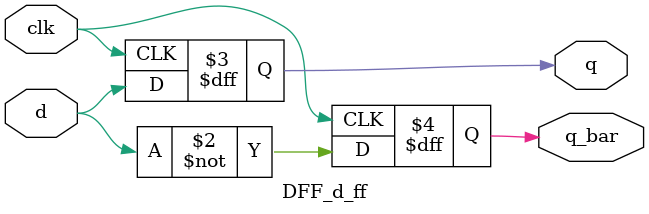
<source format=v>
module DFF_d_ff(
				input clk,
				input d,
				output reg q,
				output reg q_bar
				);

always @(posedge clk)
begin
	begin
		#1
		q <= d;
		q_bar <= ~d;
	end
end

endmodule
</source>
